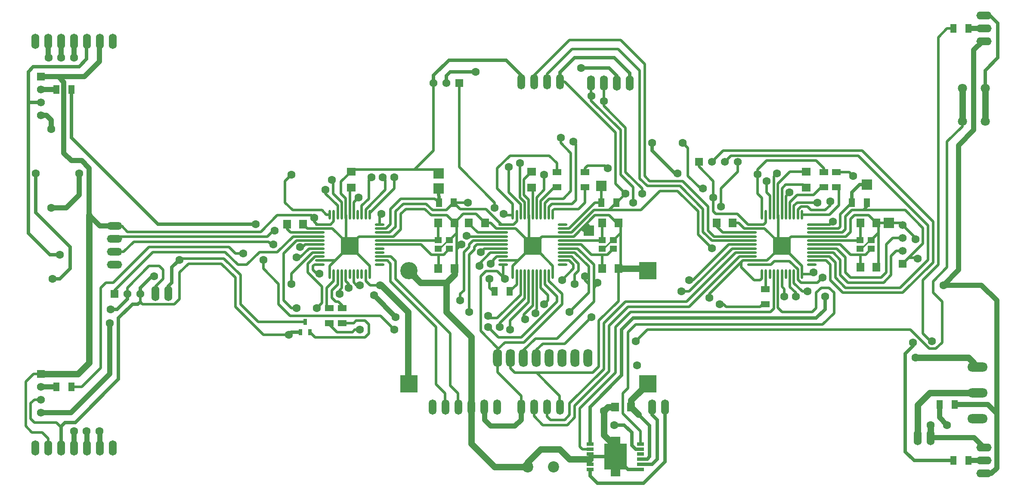
<source format=gbl>
G04 Layer: BottomLayer*
G04 EasyEDA v6.5.34, 2023-09-07 22:36:22*
G04 6936e88fb932453b8581c8861ee1522a,0b3e81c085af431c91bff7fd5324728f,10*
G04 Gerber Generator version 0.2*
G04 Scale: 100 percent, Rotated: No, Reflected: No *
G04 Dimensions in millimeters *
G04 leading zeros omitted , absolute positions ,4 integer and 5 decimal *
%FSLAX45Y45*%
%MOMM*%

%AMMACRO1*21,1,$1,$2,0,0,$3*%
%AMMACRO2*4,1,4,0.8999,-0.675,0.8999,0.675,-0.8999,0.675,-0.8999,-0.675,0.8999,-0.675,0*%
%AMMACRO3*4,1,4,-2.1999,-2.5499,2.1999,-2.5499,2.1999,2.5499,-2.1999,2.5499,-2.1999,-2.5499,0*%
%ADD10C,0.5080*%
%ADD11C,0.7000*%
%ADD12C,1.2700*%
%ADD13C,0.2540*%
%ADD14C,1.0000*%
%ADD15R,2.0000X2.0000*%
%ADD16MACRO1,1.728X1.485X-90.0000*%
%ADD17R,1.7280X1.4850*%
%ADD18MACRO1,1.728X1.485X0.0000*%
%ADD19MACRO1,1.701X1.2075X90.0000*%
%ADD20MACRO1,1.701X1.2075X-90.0000*%
%ADD21R,1.7010X1.2075*%
%ADD22MACRO1,1.701X1.2075X0.0000*%
%ADD23MACRO1,1.3X1.1999X0.0000*%
%ADD24MACRO1,1.25X0.7X-90.0000*%
%ADD25MACRO2*%
%ADD26MACRO1,1.35X0.65X0.0000*%
%ADD27MACRO3*%
%ADD28O,0.440944X1.8952718000000002*%
%ADD29O,1.8952718000000002X0.440944*%
%ADD30C,2.2000*%
%ADD31R,1.5748X1.5748*%
%ADD32C,1.5748*%
%ADD33O,1.5748X2.999994*%
%ADD34O,3.9999919999999998X1.7999964*%
%ADD35O,1.524X2.999994*%
%ADD36C,1.8000*%
%ADD37O,1.5079980000000002X2.999994*%
%ADD38O,2.999994X1.5079980000000002*%
%ADD39O,1.778X3.556*%
%ADD40C,3.4000*%
%ADD41R,3.4000X3.4000*%
%ADD42O,2.999994X1.5748*%
%ADD43C,1.6000*%
%ADD44C,0.0170*%

%LPD*%
G36*
X6260134Y4799990D02*
G01*
X6256274Y4800752D01*
X6252972Y4802987D01*
X6250736Y4806289D01*
X6250025Y4810150D01*
X6250025Y5139842D01*
X6250736Y5143703D01*
X6252972Y5147005D01*
X6256274Y5149240D01*
X6260134Y5150002D01*
X6589877Y5150002D01*
X6593738Y5149240D01*
X6597040Y5147005D01*
X6599174Y5143703D01*
X6599986Y5139842D01*
X6599986Y4810150D01*
X6599174Y4806289D01*
X6597040Y4802987D01*
X6593738Y4800752D01*
X6589877Y4799990D01*
G37*

%LPD*%
G36*
X9860127Y4799990D02*
G01*
X9856266Y4800752D01*
X9852964Y4802936D01*
X9850729Y4806238D01*
X9850018Y4810150D01*
X9850018Y5139842D01*
X9850729Y5143703D01*
X9852964Y5147005D01*
X9856266Y5149189D01*
X9860127Y5150002D01*
X10189870Y5150002D01*
X10193731Y5149189D01*
X10197033Y5147005D01*
X10199166Y5143703D01*
X10199979Y5139842D01*
X10199979Y4810150D01*
X10199166Y4806238D01*
X10197033Y4802936D01*
X10193731Y4800752D01*
X10189870Y4799990D01*
G37*

%LPD*%
G36*
X14760143Y4799990D02*
G01*
X14756231Y4800752D01*
X14752929Y4802936D01*
X14750796Y4806238D01*
X14749983Y4810150D01*
X14749983Y5139791D01*
X14750796Y5143703D01*
X14752929Y5147005D01*
X14756231Y5149189D01*
X14760143Y5149951D01*
X15089835Y5149951D01*
X15093746Y5149189D01*
X15097048Y5147005D01*
X15099233Y5143703D01*
X15099995Y5139791D01*
X15099995Y4810150D01*
X15099233Y4806238D01*
X15097048Y4802936D01*
X15093746Y4800752D01*
X15089835Y4799990D01*
G37*

%LPD*%
D10*
X11225098Y4149846D02*
G01*
X11225098Y3875018D01*
X10499928Y3150102D01*
X10074986Y3150102D01*
X9844354Y2919470D01*
X9844354Y2766562D01*
X11174984Y3574994D02*
G01*
X10649986Y3049996D01*
X10224988Y3049996D01*
X10098384Y2923400D01*
X10098384Y2766590D01*
X10610164Y4921244D02*
G01*
X10903788Y4921244D01*
X11225098Y4599934D01*
X11225098Y4149846D01*
X11125024Y4200141D02*
G01*
X11125024Y4050027D01*
X10749991Y3674993D01*
X10610164Y4842504D02*
G01*
X10849940Y4842504D01*
X11125022Y4567422D01*
X11125022Y4200138D01*
X11299977Y4249991D02*
G01*
X11299977Y4224726D01*
X11225098Y4149846D01*
X11049990Y4374992D02*
G01*
X11049990Y4300067D01*
X11125024Y4225030D01*
X5839866Y4921244D02*
G01*
X5621238Y4921244D01*
X5449991Y4749998D01*
X5374995Y4749998D01*
D11*
X8070926Y8174984D02*
G01*
X8074990Y8179048D01*
X8074990Y8325098D01*
X8374964Y8625072D01*
X9499930Y8625072D01*
X9799904Y8325098D01*
X9799904Y8199876D01*
D10*
X746074Y1220972D02*
G01*
X746074Y1403852D01*
X650062Y1500118D01*
X224866Y1500118D01*
X149936Y1575048D01*
X149936Y1875022D01*
X222834Y1947920D01*
X350088Y1947920D01*
X492074Y999992D02*
G01*
X492074Y1182872D01*
X374980Y1299966D01*
X175082Y1299966D01*
X50114Y1424934D01*
X50114Y2300218D01*
X205816Y2455920D01*
X350088Y2455920D01*
D11*
X99898Y7699750D02*
G01*
X99898Y7798048D01*
X350088Y7798048D01*
X947750Y8050016D02*
G01*
X947750Y7102342D01*
X2650058Y5400034D01*
X4575124Y5400034D01*
D10*
X8562924Y1800092D02*
G01*
X8549970Y1813046D01*
X8549970Y2074920D01*
X8399856Y2224780D01*
X8399856Y3249924D01*
X7324928Y4325106D01*
X7324928Y4674864D01*
X7236028Y4763764D01*
X7010222Y4763764D01*
D12*
X8816924Y1800092D02*
G01*
X8816924Y3183122D01*
X8324926Y3675120D01*
X8324926Y4249922D01*
X9921062Y625088D02*
G01*
X9921062Y721100D01*
X10175062Y975100D01*
X10549966Y975100D01*
X10750118Y774948D01*
X11152454Y774948D01*
D10*
X18474918Y7424872D02*
G01*
X18474918Y7324933D01*
X18175051Y7025065D01*
X18175051Y4549899D01*
X17899966Y4274814D01*
X17899966Y4050022D01*
X18074965Y3875018D01*
X18074965Y3074918D01*
X17949997Y2949953D01*
X17825031Y2949953D01*
X17449873Y3325111D01*
X12275118Y3325111D01*
X12049993Y3099991D01*
X16784213Y5424977D02*
G01*
X16825036Y5384154D01*
X16825036Y4590790D01*
X16784132Y4549899D01*
X16685082Y5085074D02*
G01*
X16825036Y5226552D01*
X16825036Y5250428D01*
D13*
X11389977Y4914999D02*
G01*
X11415001Y4914999D01*
X11499984Y4999987D01*
D10*
X14846376Y5585200D02*
G01*
X14846376Y6196324D01*
X15084120Y6434322D01*
X15399842Y6434322D01*
D11*
X16599992Y6174988D02*
G01*
X16449878Y6174988D01*
X16302050Y6027160D01*
X16302050Y5824976D01*
D10*
X10987603Y5312653D02*
G01*
X11025268Y5274988D01*
X11124979Y5274988D01*
X10610164Y5157464D02*
G01*
X10832414Y5157464D01*
X11249990Y5575040D01*
X11525072Y5575040D01*
X11674932Y5424926D01*
X11709222Y5424926D01*
X11082853Y5407903D02*
G01*
X11124979Y5365777D01*
X11124979Y5274988D01*
X11376990Y5824976D02*
G01*
X11374958Y6150096D01*
X8174990Y6399982D02*
G01*
X8100011Y6474960D01*
X7699832Y6474960D01*
D11*
X8175066Y6100058D02*
G01*
X8177098Y5824976D01*
D10*
X14339900Y5157464D02*
G01*
X13592378Y5157464D01*
X13475030Y5275066D01*
X13475030Y5750046D01*
X12975158Y6249918D01*
X12324918Y6249918D01*
X12225096Y6349740D01*
X12225096Y8549888D01*
X11749862Y9024868D01*
X10749864Y9024868D01*
X10053904Y8328908D01*
X10053904Y8199876D01*
X8484268Y5424990D02*
G01*
X8525070Y5384185D01*
X8525070Y4565807D01*
X8484242Y4524979D01*
X7699984Y5899906D02*
G01*
X7425004Y5899906D01*
X7225106Y5699754D01*
X7225106Y5400034D01*
X7140016Y5314944D01*
X7010222Y5314944D01*
X7702621Y5700008D02*
G01*
X7899984Y5700008D01*
X8024952Y5575040D01*
X8334070Y5575040D01*
X8484184Y5424926D01*
X8177098Y5824976D02*
G01*
X8099882Y5899906D01*
X7699984Y5899906D01*
X7010222Y5236204D02*
G01*
X7211136Y5236204D01*
X7324928Y5349996D01*
X7324928Y5649970D01*
X7475042Y5800084D01*
X7924876Y5800084D01*
X8050098Y5675116D01*
X8322894Y5675116D01*
X8472754Y5824976D01*
X7010222Y5157464D02*
G01*
X7282510Y5157464D01*
X7425004Y5299958D01*
X7425004Y5599932D01*
X7525080Y5700008D01*
X7702621Y5700008D01*
X18302046Y9249912D02*
G01*
X18175046Y9249912D01*
X18000040Y9074906D01*
X18000040Y4599934D01*
X17700066Y4299960D01*
X17700066Y3249924D01*
X17849926Y3100064D01*
X17875072Y3100064D01*
D11*
X11152454Y1074922D02*
G01*
X11152454Y1802378D01*
X11775008Y2424932D01*
X11775008Y3325108D01*
X12000052Y3549898D01*
X15599994Y3549898D01*
X15775000Y3724904D01*
X15775000Y3975094D01*
D14*
X17851958Y1200144D02*
G01*
X18704128Y1199890D01*
X18899962Y1004056D01*
X18027218Y1849876D02*
G01*
X18027218Y1597908D01*
X18175046Y1450080D01*
D11*
X18925006Y8075112D02*
G01*
X18925006Y8425022D01*
X19174965Y8674981D01*
X19174965Y9349978D01*
X19020952Y9503991D01*
X18899967Y9503991D01*
D12*
X18475020Y7424905D02*
G01*
X18474905Y8075112D01*
D14*
X18099862Y4199884D02*
G01*
X18400090Y4500112D01*
X18400090Y6949942D01*
X18700064Y7249916D01*
X18700064Y8824970D01*
X18871006Y8995912D01*
X18899962Y8995912D01*
D10*
X8385124Y4914894D02*
G01*
X8270062Y4800086D01*
X8024952Y4800086D01*
X7825054Y4999984D01*
X7010222Y4999984D01*
X6031306Y5585200D02*
G01*
X5964758Y5585200D01*
X5875096Y5675116D01*
X5300040Y5675116D01*
X5149926Y5824976D01*
X5149926Y6249918D01*
X5274894Y6374886D01*
X1799915Y5361937D02*
G01*
X1938101Y5361937D01*
X2050107Y5249918D01*
X4674951Y5249918D01*
X5000015Y5574990D01*
X5674969Y5574990D01*
X5724982Y5524977D01*
X4724984Y4700010D02*
G01*
X4724984Y4525004D01*
X5024958Y4225030D01*
X5024958Y3824980D01*
X5251018Y3598920D01*
X6549974Y3598920D01*
D11*
X18302046Y750056D02*
G01*
X17525060Y750056D01*
X17350054Y925062D01*
X17350054Y2849874D01*
X17499914Y2999988D01*
X17499914Y3074918D01*
D14*
X9070924Y1800092D02*
G01*
X9074988Y1796028D01*
X9074988Y1549902D01*
X9199956Y1424934D01*
X9674936Y1424934D01*
X9799904Y1549902D01*
X9799904Y1800092D01*
D12*
X8816975Y1799988D02*
G01*
X8816975Y1083002D01*
X9274990Y624987D01*
X9920960Y624987D01*
X11640639Y1800095D02*
G01*
X11500081Y1800095D01*
X11424970Y1724985D01*
X11424970Y1249956D01*
X11650042Y1024887D01*
X11650042Y824984D01*
D11*
X12147626Y774948D02*
G01*
X12274880Y774948D01*
X12324918Y824986D01*
X12324918Y1434332D01*
X12099874Y1659376D01*
D12*
X11959158Y1800092D02*
G01*
X12099874Y1659376D01*
X11959158Y1800092D02*
G01*
X11959158Y1936744D01*
X12284024Y2261610D01*
D10*
X12147626Y1074922D02*
G01*
X12147626Y1327398D01*
X11799900Y1675124D01*
X11799900Y2074920D01*
X11899976Y2174996D01*
X11899976Y3275070D01*
X12050090Y3424930D01*
X15724962Y3424930D01*
X15950006Y3649974D01*
X15950006Y4050024D01*
X15849930Y4150100D01*
X15700070Y4150100D01*
X15599994Y4050024D01*
X15599994Y3750050D01*
X15525064Y3675120D01*
X14924862Y3675120D01*
X14846376Y3753606D01*
X14846376Y4414768D01*
X11152454Y975100D02*
G01*
X11000054Y975100D01*
X10950016Y1024884D01*
X10950016Y1774946D01*
X11650040Y2474970D01*
X11650040Y3375146D01*
X11950014Y3675120D01*
X14700072Y3675120D01*
X14767382Y3742430D01*
X14767382Y4414768D01*
D11*
X12147626Y674872D02*
G01*
X12374956Y674872D01*
X12475032Y774948D01*
X12475032Y1549902D01*
X12372924Y1652010D01*
X12372924Y1800092D01*
D10*
X14339900Y4606284D02*
G01*
X14706168Y4606284D01*
X14775002Y4674864D01*
X15074976Y4674864D01*
X15240076Y4510018D01*
X15240076Y4414768D01*
X14339849Y4685024D02*
G01*
X14635005Y4685024D01*
X14799970Y4849990D01*
X14339869Y5314906D02*
G01*
X14585030Y5314906D01*
X14849983Y5049979D01*
X14846269Y5585104D02*
G01*
X14849983Y5581383D01*
X14849983Y5124965D01*
X15510141Y5157444D02*
G01*
X15107465Y5157444D01*
X15049985Y5099974D01*
X15318704Y4414817D02*
G01*
X15318704Y4581258D01*
X15074983Y4824973D01*
X9439874Y5314914D02*
G01*
X9685032Y5314914D01*
X9949987Y5049967D01*
X9946276Y5585114D02*
G01*
X9949987Y5581385D01*
X9949987Y5124968D01*
X10610148Y5157454D02*
G01*
X10207459Y5157454D01*
X10149987Y5099979D01*
X10418711Y4414829D02*
G01*
X10418711Y4581260D01*
X10175001Y4824976D01*
X9439874Y4685002D02*
G01*
X9734933Y4685002D01*
X9766520Y4716592D01*
X9631311Y4414756D02*
G01*
X9631311Y4581375D01*
X9900033Y4850102D01*
X9900033Y4899891D01*
X6031306Y4414768D02*
G01*
X6031306Y4581392D01*
X6300038Y4850124D01*
X6300038Y4899908D01*
X5839866Y4685024D02*
G01*
X6134938Y4685024D01*
X6166520Y4716607D01*
X14339900Y5078724D02*
G01*
X13546150Y5078724D01*
X13374954Y5249920D01*
X13374954Y5700008D01*
X12924866Y6150096D01*
X12274880Y6150096D01*
X12125020Y6299956D01*
X12125020Y8424920D01*
X11700078Y8849862D01*
X10799902Y8849862D01*
X10307904Y8357864D01*
X10307904Y8199876D01*
X9439856Y4842507D02*
G01*
X9192503Y4842507D01*
X8974988Y4624992D01*
X8974988Y4574992D01*
X8164982Y5084973D02*
G01*
X8158734Y5078724D01*
X7010145Y5078724D01*
X7010145Y5157464D02*
G01*
X6607462Y5157464D01*
X6549986Y5099989D01*
X5839866Y5314944D02*
G01*
X6085032Y5314944D01*
X6349987Y5049989D01*
X6818706Y4414845D02*
G01*
X6818706Y4581271D01*
X6574988Y4824989D01*
X6346266Y5585124D02*
G01*
X6349987Y5581403D01*
X6349987Y5124988D01*
X9710026Y5585129D02*
G01*
X9710026Y5460032D01*
X9643684Y5393689D01*
X9439846Y5393689D01*
X13549960Y4925054D02*
G01*
X13274878Y5199882D01*
X13274878Y5649970D01*
X12874828Y6050020D01*
X12525070Y6050020D01*
X12150166Y5675116D01*
X11522786Y5675116D01*
X14339900Y5393684D02*
G01*
X14568754Y5393684D01*
X14610156Y5435086D01*
X14610156Y5585200D01*
D11*
X10974984Y8474984D02*
G01*
X11524973Y8474984D01*
X11676966Y8322990D01*
X11676966Y8174987D01*
X10561904Y8199876D02*
G01*
X10561904Y8386820D01*
X10849940Y8674856D01*
X11624894Y8674856D01*
X11930964Y8369040D01*
X11930964Y8174984D01*
X8324923Y8174987D02*
G01*
X8324923Y8324844D01*
X8400056Y8399978D01*
X8899982Y8399978D01*
X12374981Y6999980D02*
G01*
X12374981Y6849978D01*
X12824978Y6399982D01*
X12874983Y6399982D01*
D10*
X14599996Y3827012D02*
G01*
X14551990Y3827012D01*
X14499920Y3774942D01*
X13825042Y3774942D01*
X13775004Y3824980D01*
X13700074Y3824980D01*
X7010222Y5393684D02*
G01*
X7010222Y5560054D01*
X7050100Y5599932D01*
X6024956Y3452108D02*
G01*
X6024956Y3424930D01*
X6174816Y3275070D01*
X6475044Y3275070D01*
X6524828Y3324854D01*
X6624904Y3324854D01*
X17300016Y5126984D02*
G01*
X17101896Y5126984D01*
X16974896Y4999984D01*
X16974896Y4450074D01*
X16875074Y4349998D01*
X16274872Y4349998D01*
X16175050Y4450074D01*
X16175050Y4750048D01*
X16003600Y4921244D01*
X15510078Y4921244D01*
D14*
X18597854Y9249989D02*
G01*
X18597857Y9249991D01*
X18899967Y9249991D01*
X350006Y2201999D02*
G01*
X650110Y2201999D01*
X652119Y2199990D01*
X18597854Y750006D02*
G01*
X18597854Y750006D01*
X18899967Y750006D01*
X18322848Y1849978D02*
G01*
X18973134Y1849978D01*
X19150817Y1672295D01*
X19149900Y1645660D01*
X18099862Y4199884D02*
G01*
X18849924Y4199884D01*
X19149898Y3899910D01*
X19149898Y599942D01*
X19046012Y496056D01*
X18899962Y496056D01*
X7324928Y3575044D02*
G01*
X6899986Y3999986D01*
X693750Y8304016D02*
G01*
X799922Y8197590D01*
X799922Y6800082D01*
X950036Y6649968D01*
X1149934Y6649968D01*
X1300048Y6499854D01*
X1300048Y5575040D01*
X1512900Y5361934D01*
X1799920Y5361934D01*
D11*
X724992Y4800086D02*
G01*
X524840Y4800086D01*
X99898Y5225028D01*
X99898Y8399774D01*
X199974Y8500104D01*
X1099896Y8500104D01*
X1250010Y8649964D01*
X1250010Y8995912D01*
X1254074Y8999976D01*
D14*
X1508074Y8999976D02*
G01*
X1499946Y8991848D01*
X1499946Y8599926D01*
X1204036Y8304016D01*
X350088Y8304016D01*
D12*
X350088Y2455920D02*
G01*
X1081100Y2455920D01*
X1300048Y2675122D01*
X1300048Y5575040D01*
D11*
X5455008Y3274994D02*
G01*
X5274995Y3274994D01*
X5224983Y3224982D01*
D10*
X5549976Y3474968D02*
G01*
X4624908Y3474968D01*
X4274896Y3824980D01*
X4274896Y4400036D01*
X3950030Y4724902D01*
X3099892Y4724902D01*
X3075000Y4700010D01*
D11*
X3075000Y4700010D02*
G01*
X2924886Y4549896D01*
X2924886Y4249922D01*
X2851988Y4177024D01*
X2851988Y4037578D01*
X2303983Y4024988D02*
G01*
X2303983Y4145998D01*
X2532976Y4374992D01*
X2575001Y4374992D01*
D10*
X5839790Y5157464D02*
G01*
X5307406Y5157464D01*
X4999812Y4849870D01*
X4650054Y4849870D01*
X4400118Y4599934D01*
X4225112Y4599934D01*
X3975176Y4849870D01*
X2549982Y4849870D01*
X1799920Y4099808D01*
X1799920Y4028942D01*
X1795856Y4024878D01*
X2049856Y4024878D02*
G01*
X2049856Y4149846D01*
X2475306Y4575042D01*
X2674950Y4575042D01*
X2749880Y4500112D01*
X2749880Y4325106D01*
X2597988Y4172960D01*
X2597988Y4037578D01*
D11*
X575132Y4325106D02*
G01*
X724992Y4325106D01*
X924890Y4525004D01*
X924890Y4949946D01*
X250012Y5625078D01*
X250012Y6400032D01*
D10*
X1799920Y5107934D02*
G01*
X1882724Y5107680D01*
X1924888Y5150098D01*
X4800930Y5150098D01*
X4924374Y5274812D01*
X4950028Y5275066D01*
X4324934Y4824978D02*
G01*
X4175074Y4824978D01*
X4050106Y4949946D01*
X2475052Y4949946D01*
X1775028Y4249922D01*
X1624914Y4249922D01*
X1525092Y4149846D01*
X1525092Y2575046D01*
X1149934Y2199888D01*
X947750Y2199888D01*
D11*
X1724990Y3724904D02*
G01*
X1849958Y3724904D01*
X2049856Y3925056D01*
X2049856Y4024878D01*
D14*
X349994Y1693992D02*
G01*
X944003Y1693992D01*
X1699996Y2449984D01*
X1699996Y3450000D01*
X1499997Y1324985D02*
G01*
X1508074Y1316908D01*
X1508074Y999995D01*
X1249997Y1324996D02*
G01*
X1254074Y1320919D01*
X1254074Y999992D01*
X1000074Y1325112D02*
G01*
X1000074Y999992D01*
D10*
X5224856Y3225032D02*
G01*
X4724984Y3225032D01*
X4175074Y3774942D01*
X4175074Y4349998D01*
X3899992Y4625080D01*
X3250006Y4625080D01*
X3075000Y4450074D01*
X3075000Y3925056D01*
X2974924Y3824980D01*
X2350084Y3824980D01*
X2303856Y3870954D01*
X2303856Y4024878D01*
D11*
X2303856Y3870954D02*
G01*
X2257882Y3824980D01*
X2149932Y3824980D01*
X1875104Y3549898D01*
X1875104Y2350002D01*
X1024966Y1500118D01*
X825068Y1500118D01*
X746074Y1421124D01*
X746074Y999992D01*
D14*
X550011Y5724977D02*
G01*
X849988Y5724977D01*
X1100000Y5974989D01*
X1100000Y6399987D01*
X350088Y7544048D02*
G01*
X456006Y7544048D01*
X549986Y7450068D01*
X549986Y7275062D01*
X350006Y8049988D02*
G01*
X652142Y8049988D01*
X652145Y8049991D01*
X499999Y8674983D02*
G01*
X492074Y8682908D01*
X492074Y8999976D01*
X999997Y8674983D02*
G01*
X999997Y8999900D01*
X1000074Y8999976D01*
X750011Y8674983D02*
G01*
X746074Y8678920D01*
X746074Y8999976D01*
D10*
X14339900Y4763764D02*
G01*
X14088694Y4763764D01*
X13099872Y3774942D01*
X11899976Y3774942D01*
X11525072Y3400038D01*
X11525072Y2500116D01*
X10849940Y1824984D01*
X10849940Y1599940D01*
X10700080Y1450080D01*
X10225100Y1450080D01*
X10053904Y1621022D01*
X10053904Y1800092D01*
X15510078Y4763764D02*
G01*
X15861106Y4763764D01*
X15974898Y4649972D01*
X15974898Y4349998D01*
X16174796Y4150100D01*
X17250232Y4150100D01*
X17799888Y4699756D01*
X17799888Y5374888D01*
X16424986Y6750044D01*
X13924864Y6750044D01*
X13801928Y6625076D01*
X10561904Y8199876D02*
G01*
X10650042Y8199876D01*
X11650040Y7199878D01*
X11650040Y6199880D01*
X11849938Y5999982D01*
X8578984Y8174979D02*
G01*
X8574989Y8170984D01*
X8574989Y6999980D01*
D12*
X7585024Y2261610D02*
G01*
X7575115Y2271768D01*
X7575115Y3674864D01*
X7049993Y4199986D01*
X7024979Y4199986D01*
X17597958Y1200017D02*
G01*
X17597958Y1847900D01*
X17833055Y2082998D01*
X18774963Y2082998D01*
D10*
X8600008Y3899910D02*
G01*
X8600008Y4024878D01*
X8674938Y4100062D01*
X8674938Y4849870D01*
X8775014Y4949946D01*
X8775014Y4999984D01*
X8849944Y5074914D01*
X9436176Y5074914D01*
X9439732Y5078724D01*
X8775014Y3675120D02*
G01*
X8775014Y4800086D01*
X8875090Y4899908D01*
X8875090Y4949946D01*
X8924874Y4999984D01*
X9439732Y4999984D01*
X9475038Y4325106D02*
G01*
X9325178Y4474966D01*
X9099880Y4474966D01*
X9000058Y4374890D01*
X9000058Y3299962D01*
X9336354Y2963666D01*
X9336354Y2766562D01*
D12*
X18774968Y2590998D02*
G01*
X18590973Y2774993D01*
X17549972Y2774993D01*
D10*
X1799915Y4853937D02*
G01*
X1978992Y4853937D01*
X2175047Y5049992D01*
X4824981Y5049992D01*
X4874988Y4999984D01*
X4924983Y4999984D01*
X5839790Y5078724D02*
G01*
X5378780Y5078724D01*
X5125034Y4824978D01*
X5125034Y3899910D01*
X5274894Y3750050D01*
X5374970Y3750050D01*
X5839866Y4842507D02*
G01*
X5692500Y4842507D01*
X5549986Y4699993D01*
X5274995Y4425002D01*
X5274995Y4224980D01*
X14531416Y5585200D02*
G01*
X14531416Y5918448D01*
X14449882Y5999982D01*
X14449882Y6474962D01*
X14624888Y6649968D01*
X15599994Y6649968D01*
X15749854Y6500108D01*
X15749854Y6422892D01*
X14925116Y5585200D02*
G01*
X14925116Y6100058D01*
X15000046Y6174988D01*
X15340660Y6174988D01*
X15399842Y6115806D01*
X13574852Y5925052D02*
G01*
X13574852Y5649970D01*
X13624890Y5599932D01*
X14050086Y5599932D01*
X14256334Y5393684D01*
X14339900Y5393684D01*
X9867513Y4414842D02*
G01*
X9867513Y3942532D01*
X9699983Y3774988D01*
X9699983Y3774988D01*
X9374987Y3449993D01*
X9374987Y3374994D01*
D11*
X12147499Y575005D02*
G01*
X11899976Y575005D01*
X11649989Y824992D01*
D10*
X9946259Y4414845D02*
G01*
X9946208Y3871208D01*
X9824288Y3749288D01*
X9700082Y3625082D01*
X9575114Y3500114D01*
X9575114Y3324854D01*
X7300036Y6325102D02*
G01*
X7300036Y6100058D01*
X6818706Y5618728D01*
X6818706Y5585200D01*
X5190820Y5400034D02*
G01*
X5190820Y5309356D01*
X5263718Y5236204D01*
X5839790Y5236204D01*
X6346266Y4414842D02*
G01*
X6346266Y4278708D01*
X6399987Y4224987D01*
X6399987Y4149999D01*
X6267526Y4414768D02*
G01*
X6267526Y4142988D01*
X6224600Y4099554D01*
X6225108Y4024878D01*
X6188786Y4414768D02*
G01*
X6188786Y4213854D01*
X6074994Y4100062D01*
X6074994Y3949948D01*
X6149924Y3875018D01*
X6199962Y3875018D01*
X6274892Y3800088D01*
X6274892Y3747764D01*
X6110046Y4414768D02*
G01*
X6110046Y4284974D01*
X5974918Y4149846D01*
X5974918Y3797802D01*
X6024956Y3747764D01*
X5839790Y4763764D02*
G01*
X5738698Y4763764D01*
X5600014Y4625080D01*
X5600014Y4450074D01*
X5875096Y4174992D01*
X5875096Y3849872D01*
X5775020Y3750050D01*
X6624980Y4199986D02*
G01*
X6557520Y4199986D01*
X6503751Y4253755D01*
X6503751Y4414842D01*
X7024979Y4199986D02*
G01*
X6824990Y4199986D01*
X6739966Y4285010D01*
X6739966Y4414842D01*
X5824981Y4424979D02*
G01*
X5774999Y4424979D01*
X5700092Y4499886D01*
X5700092Y4575045D01*
X5731332Y4606287D01*
X5839792Y4606287D01*
X5449900Y4949946D02*
G01*
X5499938Y4949946D01*
X5549976Y4999984D01*
X5839790Y4999984D01*
D12*
X7585075Y4484085D02*
G01*
X7819169Y4249991D01*
X8324984Y4249991D01*
X8484237Y4409244D01*
X8484237Y4524989D01*
D10*
X14925116Y4414768D02*
G01*
X14925116Y4174738D01*
X14974900Y4124954D01*
X14974900Y3975094D01*
X10074986Y3649974D02*
G01*
X10074986Y3700012D01*
X10103688Y3728714D01*
X10103688Y4414768D01*
X15724962Y4349998D02*
G01*
X15624886Y4249922D01*
X15300020Y4249922D01*
X15240076Y4310120D01*
X15240076Y4414768D01*
X15161082Y4414768D02*
G01*
X15161082Y4238879D01*
X15324970Y4074993D01*
X15424962Y4074993D01*
X15082464Y4414842D02*
G01*
X15082464Y4167492D01*
X15199969Y4049986D01*
X15199969Y3974993D01*
X15318689Y4414845D02*
G01*
X15514827Y4414845D01*
X15549981Y4449998D01*
X10024948Y4414768D02*
G01*
X10024948Y3800088D01*
X9849942Y3625082D01*
X9849942Y3549898D01*
X9875088Y3525006D01*
X9788728Y4414768D02*
G01*
X9788728Y4013702D01*
X9324924Y3549898D01*
X9199956Y3549898D01*
X9149918Y3599936D01*
X9149918Y3374892D02*
G01*
X9349816Y3174994D01*
X9799904Y3174994D01*
X10499928Y3875018D01*
X10499928Y3975094D01*
X10261168Y4213854D01*
X10261168Y4414768D01*
X10249992Y3824980D02*
G01*
X10324975Y3899964D01*
X10324975Y3999992D01*
X10182423Y4142549D01*
X10182423Y4414768D01*
X11709247Y5425003D02*
G01*
X11750055Y5384195D01*
X11750055Y4565812D01*
X11709224Y4524976D01*
X9336354Y2766562D02*
G01*
X9336354Y2936488D01*
X9475038Y3074918D01*
X9849942Y3074918D01*
X10600004Y3824980D01*
X10600004Y4024878D01*
X10339908Y4284974D01*
X10339908Y4414768D01*
X10610141Y4685022D02*
G01*
X10739945Y4685022D01*
X10824974Y4599985D01*
X10824974Y4524982D01*
X10599978Y4299986D01*
X10610138Y4763764D02*
G01*
X10786203Y4763764D01*
X10849978Y4699990D01*
X10924971Y4624979D01*
X10924971Y4485279D01*
X10849978Y4410285D01*
X10849978Y4224990D01*
X9439856Y4921244D02*
G01*
X9071229Y4921244D01*
X8999981Y4849997D01*
X9439856Y4763764D02*
G01*
X9313750Y4763764D01*
X9249976Y4699993D01*
X9249976Y4674974D01*
X9199981Y4624979D01*
D11*
X12147499Y975004D02*
G01*
X12049980Y974996D01*
X11974982Y1050000D01*
X11974982Y1299994D01*
X11824972Y1450004D01*
X11624970Y1450004D01*
X11152454Y575050D02*
G01*
X11152454Y447542D01*
X11300028Y299968D01*
X12199950Y299968D01*
X12626924Y726942D01*
X12626924Y1800092D01*
X11152479Y875004D02*
G01*
X11202492Y824992D01*
X11649989Y824992D01*
X11152479Y774979D02*
G01*
X11152479Y875004D01*
X11152479Y674979D02*
G01*
X11152479Y774979D01*
D10*
X10324922Y2249926D02*
G01*
X10098862Y2474970D01*
X10561904Y1800092D02*
G01*
X10549966Y1812030D01*
X10549966Y2024882D01*
X10324922Y2249926D01*
X9799904Y1800092D02*
G01*
X9799904Y2025136D01*
X9336354Y2488686D01*
X9336354Y2766562D01*
X13499972Y3949999D02*
G01*
X13499972Y4024929D01*
X14160065Y4685022D01*
X14339900Y4685022D01*
X14610034Y4414842D02*
G01*
X14610034Y4122872D01*
X14599970Y4122872D01*
X14125016Y4649972D02*
G01*
X14125016Y4549896D01*
X14374952Y4299960D01*
X14500174Y4299960D01*
X14531416Y4331202D01*
X14531416Y4414768D01*
X11050092Y6127236D02*
G01*
X11050092Y5824976D01*
X10925124Y5700008D01*
X10449890Y5700008D01*
X10418648Y5668766D01*
X10418648Y5585200D01*
X11376990Y5824976D02*
G01*
X11249990Y5824976D01*
X10739958Y5314944D01*
X10610164Y5314944D01*
X8574991Y6999980D02*
G01*
X8574979Y6524985D01*
X9274987Y5824976D01*
X9274987Y5724977D01*
X9549993Y6524975D02*
G01*
X9549993Y6024844D01*
X9788723Y5786114D01*
X9788723Y5585203D01*
D12*
X18925108Y7424905D02*
G01*
X18924993Y8075112D01*
D10*
X17599964Y4724979D02*
G01*
X17587000Y4737943D01*
X17418966Y4737943D01*
X15074976Y6024976D02*
G01*
X15003734Y5953734D01*
X15003734Y5585122D01*
X16597833Y5824976D02*
G01*
X16624968Y5824976D01*
X16624968Y5775114D01*
X16524968Y5675114D01*
X13640714Y5424977D02*
G01*
X13640714Y5359255D01*
X13763759Y5236207D01*
X14339849Y5236207D01*
D13*
X11499984Y4999987D02*
G01*
X11584978Y5084975D01*
X11609999Y5084975D01*
D10*
X11390731Y4524979D02*
G01*
X11390731Y4799228D01*
X11391491Y4799985D01*
X11609999Y5084975D02*
G01*
X11749986Y5224973D01*
X11749986Y5252120D01*
X13959230Y5424977D02*
G01*
X14074985Y5424977D01*
X14185018Y5314944D01*
X14339849Y5314944D01*
X11609908Y4914894D02*
G01*
X11495100Y4800086D01*
X11174806Y4800086D01*
X10974908Y4999984D01*
X10610164Y4999984D01*
X10610164Y5236204D02*
G01*
X10786186Y5236204D01*
X11225098Y5675116D01*
X11522786Y5675116D01*
X11672900Y5824976D01*
D13*
X8274997Y4999979D02*
G01*
X8359990Y5084973D01*
X8385009Y5084973D01*
X8164995Y4914996D02*
G01*
X8190014Y4914996D01*
X8274997Y4999979D01*
D10*
X11389964Y5084986D02*
G01*
X11390731Y5085753D01*
X11390731Y5425003D01*
X8164979Y5084980D02*
G01*
X8165744Y5085745D01*
X8165744Y5424998D01*
X8174984Y4524989D02*
G01*
X8174984Y4799238D01*
X8175739Y4799998D01*
X8385020Y5084965D02*
G01*
X8525004Y5224962D01*
X8525004Y5252110D01*
X9084259Y5424977D02*
G01*
X9199907Y5424977D01*
X9309943Y5314944D01*
X9439732Y5314944D01*
X6449987Y6115725D02*
G01*
X6425006Y6090744D01*
X6425006Y5585124D01*
X9999985Y6115728D02*
G01*
X10024986Y6090726D01*
X10024986Y5585129D01*
X6449900Y6434322D02*
G01*
X6250000Y6234168D01*
X6250000Y5999980D01*
X6346266Y5903714D01*
X6346266Y5585124D01*
X6599981Y5924979D02*
G01*
X6503746Y5828743D01*
X6503746Y5585124D01*
X6074989Y6274991D02*
G01*
X6099992Y6249987D01*
X6099992Y5999987D01*
X6267526Y5832454D01*
X6267526Y5585124D01*
X11389969Y5084973D02*
G01*
X11383726Y5078729D01*
X10610131Y5078729D01*
X5509234Y5399984D02*
G01*
X5594273Y5314944D01*
X5839866Y5314944D01*
X5724982Y5524977D02*
G01*
X5724994Y5524964D01*
X5724994Y5449986D01*
X5781301Y5393687D01*
X5839866Y5393687D01*
X11849988Y5999982D02*
G01*
X11674995Y5824989D01*
X11672849Y5824989D01*
X9774986Y6599981D02*
G01*
X9774986Y5924979D01*
X9867501Y5832462D01*
X9867501Y5585129D01*
X8749995Y5824976D02*
G01*
X8472878Y5824976D01*
X8472871Y5824984D01*
X16000044Y6422892D02*
G01*
X16249980Y6424924D01*
X16324910Y6349994D01*
X14055984Y6624965D02*
G01*
X14055984Y6431000D01*
X13724966Y6099980D01*
X13724966Y5749996D01*
X9710028Y4414850D02*
G01*
X9710028Y4212168D01*
X9572853Y4074993D01*
X5949998Y6074991D02*
G01*
X5949998Y5999975D01*
X6188786Y5761187D01*
X6188786Y5585124D01*
D12*
X12284075Y4484085D02*
G01*
X12243170Y4524989D01*
X11709229Y4524989D01*
D10*
X9590354Y2766562D02*
G01*
X9590354Y2559552D01*
X9674936Y2474970D01*
X11199952Y2474970D01*
X11324920Y2599938D01*
X11324920Y3500114D01*
X11709222Y3884162D01*
X11709222Y4525004D01*
X13099872Y4299960D02*
G01*
X13175056Y4299960D01*
X13875080Y4999984D01*
X14339900Y4999984D01*
D12*
X17851958Y1200017D02*
G01*
X17849974Y1202001D01*
X17849974Y1450007D01*
D10*
X10875086Y6925050D02*
G01*
X10874979Y6925157D01*
X10874979Y6974984D01*
X10824979Y7024984D01*
X17549952Y5100060D02*
G01*
X17549952Y5131048D01*
X17300016Y5380984D01*
X11849938Y5999982D02*
G01*
X11825046Y6024874D01*
X11168966Y8174987D02*
G01*
X11168966Y7831068D01*
X11749979Y7250056D01*
X11749979Y6374983D01*
X11999976Y6124989D01*
X11999976Y5824976D01*
X11499926Y6499854D02*
G01*
X11449888Y6549892D01*
X11099876Y6549892D01*
X11050092Y6500108D01*
X11050092Y6422892D01*
X11422964Y8174984D02*
G01*
X11422964Y7726928D01*
X11849938Y7299954D01*
X11849938Y6424924D01*
X12175058Y6100058D01*
X12175058Y5999982D01*
X12949986Y4074993D02*
G01*
X13099948Y4074993D01*
X13946200Y4921244D01*
X14339900Y4921244D01*
X14339900Y4842504D02*
G01*
X14017574Y4842504D01*
X13050088Y3875018D01*
X11849938Y3875018D01*
X11424996Y3450076D01*
X11424996Y2550154D01*
X10749864Y1875022D01*
X10749864Y1649978D01*
X10649788Y1549902D01*
X10374960Y1549902D01*
X10307904Y1616958D01*
X10307904Y1800092D01*
X14825040Y6400032D02*
G01*
X14767382Y6342374D01*
X14767382Y5585200D01*
X10261168Y5585200D02*
G01*
X10261168Y5761222D01*
X10339908Y5585200D02*
G01*
X10339908Y5739886D01*
X10400106Y5800084D01*
X10799902Y5800084D01*
X10875086Y5875014D01*
X10875086Y6925050D01*
X10499928Y6127236D02*
G01*
X10451160Y6126982D01*
X10182428Y5856472D01*
X10182428Y5585200D01*
X10249992Y6374886D02*
G01*
X10249992Y6074912D01*
X10103688Y5928608D01*
X10103688Y5585200D01*
X6849986Y6324983D02*
G01*
X6799981Y6274983D01*
X6799981Y5899980D01*
X6661226Y5761225D01*
X6661226Y5585124D01*
X7074989Y6324978D02*
G01*
X7124984Y6274983D01*
X7124984Y6074984D01*
X6739966Y5689965D01*
X6739966Y5585124D01*
X13293928Y6625076D02*
G01*
X13293928Y6530842D01*
X13575106Y6249918D01*
X13575106Y5925052D01*
X12974980Y6999980D02*
G01*
X13074972Y6899988D01*
X13074972Y6399987D01*
X13074972Y6349987D01*
X13324977Y6099987D01*
X13374971Y6099987D01*
X15082342Y5585200D02*
G01*
X15082342Y5832342D01*
X15225090Y5975090D01*
X15549956Y5975090D01*
X15701848Y6126982D01*
X15749854Y6126982D01*
X16465722Y4549998D02*
G01*
X16465722Y4799243D01*
X16466472Y4799992D01*
D13*
X16464960Y4915006D02*
G01*
X16489984Y4915006D01*
X16574968Y4999989D01*
D10*
X16464859Y5085072D02*
G01*
X16465722Y5085935D01*
X16465722Y5424977D01*
X17299990Y5381010D02*
G01*
X17256023Y5424977D01*
X17028119Y5424977D01*
X17028119Y5424977D02*
G01*
X16784213Y5424977D01*
X15510078Y4842504D02*
G01*
X15932480Y4842504D01*
X16074974Y4700010D01*
X16074974Y4400036D01*
X16225088Y4249922D01*
X16924858Y4249922D01*
X17074972Y4400036D01*
X17074972Y4774940D01*
X17173016Y4872984D01*
X17300016Y4872984D01*
X13547928Y6625076D02*
G01*
X13772972Y6849866D01*
X16500170Y6849866D01*
X17899964Y5450072D01*
X17899964Y4649972D01*
X17300016Y4050024D01*
X16125012Y4050024D01*
X15875076Y4299960D01*
X15875076Y4599934D01*
X15789986Y4685024D01*
X15510078Y4685024D01*
X16685082Y4914894D02*
G01*
X16570020Y4800086D01*
X16274872Y4800086D01*
X16074974Y4999984D01*
X15510078Y4999984D01*
X16784142Y5424926D02*
G01*
X16634028Y5575040D01*
X16350056Y5575040D01*
X16274872Y5500110D01*
X16274872Y5249920D01*
X16182416Y5157464D01*
X15510078Y5157464D01*
X17300016Y4618984D02*
G01*
X17700066Y5019034D01*
X17700066Y5324850D01*
X17349800Y5675116D01*
X16300018Y5675116D01*
X16175050Y5550148D01*
X16175050Y5299958D01*
X16111296Y5236204D01*
X15510078Y5236204D01*
X15792018Y5314944D02*
G01*
X15510078Y5314944D01*
X16302050Y5824976D02*
G01*
X16074974Y5597900D01*
X16074974Y5349996D01*
X16039922Y5314944D01*
X15792018Y5314944D01*
X16464965Y5084973D02*
G01*
X16458714Y5078722D01*
X15510134Y5078722D01*
X15875076Y5849868D02*
G01*
X15875076Y5774938D01*
X15775000Y5675116D01*
X15499918Y5675116D01*
X15424988Y5750046D01*
X15300020Y5750046D01*
X15240076Y5689848D01*
X15240076Y5585200D01*
X15318816Y5585200D02*
G01*
X15860090Y5585200D01*
X16050082Y5775192D01*
X16050082Y6127236D01*
X16000044Y6127236D01*
X15924860Y5450072D02*
G01*
X15868726Y5393684D01*
X15510078Y5393684D01*
X15624962Y5824976D02*
G01*
X15224960Y5824976D01*
X15161206Y5761222D01*
X15161206Y5585122D01*
X8484245Y5424982D02*
G01*
X8659253Y5599986D01*
X8909250Y5599986D01*
X9084259Y5424977D01*
X8525073Y4905740D02*
G01*
X8619317Y4999984D01*
X8624976Y4999984D01*
X10261165Y5761222D02*
G01*
X10261165Y5811174D01*
X10349979Y5899988D01*
X10624974Y5899988D01*
X10774982Y6049987D01*
X10774982Y6799988D01*
X10574985Y6999986D01*
X10574985Y7099980D01*
D13*
X16574968Y4999989D02*
G01*
X16659961Y5084983D01*
X16684975Y5084983D01*
D10*
X5839861Y5393684D02*
G01*
X6043683Y5393684D01*
X6110041Y5460042D01*
X6110041Y5585124D01*
X10000056Y6434322D02*
G01*
X9849942Y6284208D01*
X9849942Y5975090D01*
X9946208Y5878824D01*
X9946208Y5585200D01*
X14624964Y6249995D02*
G01*
X14624964Y6024793D01*
X14688639Y5961118D01*
X14688639Y5585203D01*
X8472754Y5824976D02*
G01*
X8597976Y5700008D01*
X9099880Y5700008D01*
X9406204Y5393684D01*
X9439732Y5393684D01*
X9631299Y5585122D02*
G01*
X9621166Y5574990D01*
X9474979Y5574990D01*
X9449993Y5599976D01*
X9449993Y5599983D01*
X10499979Y6422867D02*
G01*
X10499979Y6599956D01*
X10349890Y6750044D01*
X9574857Y6750044D01*
X9324924Y6500111D01*
X9324924Y6100061D01*
X9631250Y5793737D01*
X9631250Y5585203D01*
X9277126Y4074995D02*
G01*
X9249976Y4074995D01*
X9174988Y4149984D01*
X9174988Y4324979D01*
X9439856Y4606287D02*
G01*
X9439856Y4324979D01*
X9474987Y4324979D01*
X8724976Y5174990D02*
G01*
X8742502Y5157464D01*
X9439856Y5157464D01*
X9439732Y5236204D02*
G01*
X8938844Y5236204D01*
X8765616Y5409178D01*
X8765616Y5424926D01*
X5644974Y3274994D02*
G01*
X5744974Y3174994D01*
X6724985Y3174994D01*
X6799981Y3249996D01*
X6799981Y3424994D01*
X6724985Y3499990D01*
X6549986Y3499990D01*
X6502105Y3452108D01*
X6274993Y3452108D01*
X6549974Y3598918D02*
G01*
X7026048Y3598918D01*
X7299985Y3324981D01*
X8308975Y1799991D02*
G01*
X8300031Y1808934D01*
X8300031Y2074918D01*
X8125023Y2249926D01*
X8125023Y3374895D01*
X7225108Y4275068D01*
X7225108Y4625080D01*
X7164908Y4685022D01*
X7010224Y4685022D01*
X8070926Y8174984D02*
G01*
X8070926Y6846056D01*
X7699832Y6474962D01*
X6525082Y6474962D01*
X6484188Y6434322D01*
X6449898Y6434322D01*
D15*
G01*
X8174990Y6099982D03*
G01*
X8174990Y6399982D03*
G01*
X11374958Y6150096D03*
G01*
X11124971Y5274990D03*
G01*
X16599966Y6174988D03*
G01*
X17028109Y5424977D03*
D16*
G01*
X11959150Y1800092D03*
G01*
X11640649Y1800092D03*
G01*
X9084124Y5424926D03*
G01*
X8765623Y5424926D03*
D17*
G01*
X10000056Y6115806D03*
D18*
G01*
X10000056Y6434315D03*
D16*
G01*
X11709214Y5424926D03*
G01*
X11390713Y5424926D03*
G01*
X11709214Y4525004D03*
G01*
X11390713Y4525004D03*
D19*
G01*
X652045Y2199888D03*
G01*
X947798Y2199888D03*
G01*
X652045Y8050016D03*
G01*
X947798Y8050016D03*
D20*
G01*
X18597750Y750056D03*
G01*
X18301997Y750056D03*
G01*
X18597750Y9249912D03*
G01*
X18301997Y9249912D03*
D21*
G01*
X10499928Y6422943D03*
D22*
G01*
X10499928Y6127188D03*
D21*
G01*
X15749854Y6127186D03*
D22*
G01*
X15749854Y6422941D03*
D20*
G01*
X18322841Y1849996D03*
G01*
X18027088Y1849996D03*
D21*
G01*
X6274892Y3452058D03*
D22*
G01*
X6274892Y3747813D03*
D23*
G01*
X8384992Y4915001D03*
G01*
X8164977Y4915001D03*
G01*
X8164977Y5084978D03*
G01*
X8384992Y5084978D03*
G01*
X11609984Y4915001D03*
G01*
X11389969Y4915001D03*
G01*
X11389969Y5084978D03*
G01*
X11609984Y5084978D03*
D24*
G01*
X5644984Y3274992D03*
G01*
X5454994Y3274992D03*
G01*
X5549990Y3474991D03*
D23*
G01*
X16684975Y4915001D03*
G01*
X16464960Y4915001D03*
G01*
X16464960Y5084978D03*
G01*
X16684975Y5084978D03*
D25*
G01*
X11649976Y502505D03*
D26*
G01*
X12147486Y1074983D03*
D27*
G01*
X11649976Y824997D03*
D25*
G01*
X11649976Y1147488D03*
D26*
G01*
X12147486Y975009D03*
G01*
X12147486Y875009D03*
G01*
X12147486Y774984D03*
G01*
X12147486Y674984D03*
G01*
X12147486Y575010D03*
G01*
X11152466Y575010D03*
G01*
X11152466Y674984D03*
G01*
X11152466Y774984D03*
G01*
X11152466Y875009D03*
G01*
X11152466Y975009D03*
G01*
X11152466Y1074983D03*
D16*
G01*
X5509239Y5399989D03*
G01*
X5190738Y5399989D03*
D17*
G01*
X6449999Y6115730D03*
D18*
G01*
X6449987Y6434236D03*
D16*
G01*
X8484235Y5424987D03*
G01*
X8165734Y5424987D03*
G01*
X8484235Y4524989D03*
G01*
X8165734Y4524989D03*
D20*
G01*
X8472860Y5824987D03*
G01*
X8177108Y5824987D03*
D21*
G01*
X6024981Y3452108D03*
D22*
G01*
X6024989Y3747869D03*
D28*
G01*
X6031306Y5585124D03*
G01*
X6110046Y5585124D03*
G01*
X6188786Y5585124D03*
G01*
X6267526Y5585124D03*
G01*
X6346266Y5585124D03*
G01*
X6425006Y5585124D03*
G01*
X6503746Y5585124D03*
G01*
X6582486Y5585124D03*
G01*
X6661226Y5585124D03*
G01*
X6739966Y5585124D03*
G01*
X6818706Y5585124D03*
D29*
G01*
X7010145Y5393684D03*
G01*
X7010145Y5314944D03*
G01*
X7010145Y5236204D03*
G01*
X7010145Y5157464D03*
G01*
X7010145Y5078724D03*
G01*
X7010145Y4999984D03*
G01*
X7010145Y4921244D03*
G01*
X7010145Y4842504D03*
G01*
X7010145Y4763764D03*
G01*
X7010145Y4685024D03*
G01*
X7010145Y4606284D03*
D28*
G01*
X6818706Y4414845D03*
G01*
X6739966Y4414845D03*
G01*
X6661226Y4414845D03*
G01*
X6582486Y4414845D03*
G01*
X6503746Y4414845D03*
G01*
X6425006Y4414845D03*
G01*
X6346266Y4414845D03*
G01*
X6267526Y4414845D03*
G01*
X6188786Y4414845D03*
G01*
X6110046Y4414845D03*
G01*
X6031306Y4414845D03*
D29*
G01*
X5839866Y4606284D03*
G01*
X5839866Y4685024D03*
G01*
X5839866Y4763764D03*
G01*
X5839866Y4842504D03*
G01*
X5839866Y4921244D03*
G01*
X5839866Y4999984D03*
G01*
X5839866Y5078724D03*
G01*
X5839866Y5157464D03*
G01*
X5839866Y5236204D03*
G01*
X5839866Y5314944D03*
G01*
X5839866Y5393684D03*
D16*
G01*
X13959222Y5424987D03*
G01*
X13640722Y5424987D03*
D17*
G01*
X15399969Y6115730D03*
D18*
G01*
X15399969Y6434236D03*
D16*
G01*
X16784218Y5424987D03*
G01*
X16465717Y5424987D03*
G01*
X16784218Y4549990D03*
G01*
X16465717Y4549990D03*
D20*
G01*
X16597843Y5824987D03*
G01*
X16302090Y5824987D03*
D21*
G01*
X14599970Y3827114D03*
D22*
G01*
X14599970Y4122867D03*
D21*
G01*
X15999968Y6422867D03*
D22*
G01*
X15999968Y6127109D03*
D28*
G01*
X14531289Y5585124D03*
G01*
X14610029Y5585124D03*
G01*
X14688769Y5585124D03*
G01*
X14767509Y5585124D03*
G01*
X14846249Y5585124D03*
G01*
X14924989Y5585124D03*
G01*
X15003729Y5585124D03*
G01*
X15082469Y5585124D03*
G01*
X15161209Y5585124D03*
G01*
X15239949Y5585124D03*
G01*
X15318689Y5585124D03*
D29*
G01*
X15510129Y5393684D03*
G01*
X15510129Y5314944D03*
G01*
X15510129Y5236204D03*
G01*
X15510129Y5157464D03*
G01*
X15510129Y5078724D03*
G01*
X15510129Y4999984D03*
G01*
X15510129Y4921244D03*
G01*
X15510129Y4842504D03*
G01*
X15510129Y4763764D03*
G01*
X15510129Y4685024D03*
G01*
X15510129Y4606284D03*
D28*
G01*
X15318689Y4414845D03*
G01*
X15239949Y4414845D03*
G01*
X15161209Y4414845D03*
G01*
X15082469Y4414845D03*
G01*
X15003729Y4414845D03*
G01*
X14924989Y4414845D03*
G01*
X14846249Y4414845D03*
G01*
X14767509Y4414845D03*
G01*
X14688769Y4414845D03*
G01*
X14610029Y4414845D03*
G01*
X14531289Y4414845D03*
D29*
G01*
X14339849Y4606284D03*
G01*
X14339849Y4685024D03*
G01*
X14339849Y4763764D03*
G01*
X14339849Y4842504D03*
G01*
X14339849Y4921244D03*
G01*
X14339849Y4999984D03*
G01*
X14339849Y5078724D03*
G01*
X14339849Y5157464D03*
G01*
X14339849Y5236204D03*
G01*
X14339849Y5314944D03*
G01*
X14339849Y5393684D03*
D20*
G01*
X11672851Y5824987D03*
G01*
X11377099Y5824987D03*
D19*
G01*
X9277106Y4074990D03*
G01*
X9572858Y4074990D03*
D21*
G01*
X11049990Y6422867D03*
D22*
G01*
X11049977Y6127109D03*
D28*
G01*
X9631299Y5585124D03*
G01*
X9710038Y5585124D03*
G01*
X9788779Y5585124D03*
G01*
X9867518Y5585124D03*
G01*
X9946259Y5585124D03*
G01*
X10024999Y5585124D03*
G01*
X10103738Y5585124D03*
G01*
X10182479Y5585124D03*
G01*
X10261218Y5585124D03*
G01*
X10339959Y5585124D03*
G01*
X10418699Y5585124D03*
D29*
G01*
X10610138Y5393684D03*
G01*
X10610138Y5314944D03*
G01*
X10610138Y5236204D03*
G01*
X10610138Y5157464D03*
G01*
X10610138Y5078724D03*
G01*
X10610138Y4999984D03*
G01*
X10610138Y4921244D03*
G01*
X10610138Y4842504D03*
G01*
X10610138Y4763764D03*
G01*
X10610138Y4685024D03*
G01*
X10610138Y4606284D03*
D28*
G01*
X10418699Y4414845D03*
G01*
X10339959Y4414845D03*
G01*
X10261218Y4414845D03*
G01*
X10182479Y4414845D03*
G01*
X10103738Y4414845D03*
G01*
X10024999Y4414845D03*
G01*
X9946259Y4414845D03*
G01*
X9867518Y4414845D03*
G01*
X9788779Y4414845D03*
G01*
X9710038Y4414845D03*
G01*
X9631299Y4414845D03*
D29*
G01*
X9439859Y4606284D03*
G01*
X9439859Y4685024D03*
G01*
X9439859Y4763764D03*
G01*
X9439859Y4842504D03*
G01*
X9439859Y4921244D03*
G01*
X9439859Y4999984D03*
G01*
X9439859Y5078724D03*
G01*
X9439859Y5157464D03*
G01*
X9439859Y5236204D03*
G01*
X9439859Y5314944D03*
G01*
X9439859Y5393684D03*
D30*
G01*
X10428965Y624961D03*
G01*
X9920965Y624961D03*
D31*
G01*
X13293928Y6625076D03*
D32*
G01*
X13547928Y6625076D03*
G01*
X13801928Y6625076D03*
G01*
X14055928Y6625076D03*
D31*
G01*
X17300016Y4618984D03*
D32*
G01*
X17300016Y4872984D03*
G01*
X17300016Y5126984D03*
G01*
X17300016Y5380984D03*
D31*
G01*
X350088Y2455920D03*
D32*
G01*
X350088Y2201920D03*
G01*
X350088Y1947920D03*
G01*
X350088Y1693920D03*
D31*
G01*
X350088Y8306048D03*
D32*
G01*
X350088Y8052048D03*
G01*
X350088Y7798048D03*
G01*
X350088Y7544048D03*
D31*
G01*
X1796110Y4024878D03*
D32*
G01*
X2050110Y4024878D03*
G01*
X2304110Y4024878D03*
D31*
G01*
X8578926Y8174984D03*
D32*
G01*
X8324926Y8174984D03*
G01*
X8070926Y8174984D03*
D33*
G01*
X2598013Y4037680D03*
G01*
X2852013Y4037680D03*
G01*
X17597958Y1200017D03*
G01*
X17851958Y1200017D03*
D34*
G01*
X18774968Y1574998D03*
G01*
X18774968Y2082998D03*
G01*
X18774968Y2590998D03*
D35*
G01*
X9324975Y1799991D03*
G01*
X9070975Y1799991D03*
G01*
X8816975Y1799991D03*
G01*
X8562975Y1799991D03*
G01*
X8308975Y1799991D03*
G01*
X8054975Y1799991D03*
D36*
G01*
X18925006Y8075112D03*
G01*
X18474918Y8075112D03*
G01*
X18925006Y7424872D03*
G01*
X18474918Y7424872D03*
D33*
G01*
X11168989Y8174984D03*
G01*
X11423015Y8174959D03*
G01*
X11677015Y8174959D03*
G01*
X11931015Y8174959D03*
D37*
G01*
X9799954Y1799991D03*
G01*
X10053954Y1799991D03*
G01*
X10307954Y1799991D03*
G01*
X10561954Y1799991D03*
D38*
G01*
X1799996Y5361985D03*
G01*
X1799996Y5107985D03*
G01*
X1799996Y4853985D03*
G01*
X1799996Y4599985D03*
D37*
G01*
X10561980Y8199978D03*
G01*
X10307980Y8199978D03*
G01*
X10053980Y8199978D03*
G01*
X9799980Y8199978D03*
D33*
G01*
X12626975Y1800016D03*
G01*
X12372975Y1799991D03*
D39*
G01*
X10098379Y2766588D03*
G01*
X10352379Y2766588D03*
G01*
X9844379Y2766588D03*
G01*
X9590379Y2766588D03*
G01*
X9336379Y2766588D03*
G01*
X10606379Y2766588D03*
G01*
X10860379Y2766588D03*
G01*
X11114379Y2766588D03*
D40*
G01*
X7585075Y4484085D03*
D41*
G01*
X7585075Y2261585D03*
G01*
X12284075Y2261585D03*
G01*
X12284075Y4484085D03*
D42*
G01*
X18899962Y496006D03*
G01*
X18899962Y750006D03*
G01*
X18899962Y1004006D03*
G01*
X18899962Y8995989D03*
G01*
X18899962Y9249989D03*
G01*
X18899962Y9503989D03*
D33*
G01*
X238074Y999992D03*
G01*
X1762074Y999992D03*
G01*
X492074Y999992D03*
G01*
X746074Y999992D03*
G01*
X1000074Y999992D03*
G01*
X1254074Y999992D03*
G01*
X1508074Y999992D03*
G01*
X1762074Y8999976D03*
G01*
X238074Y8999976D03*
G01*
X1508074Y8999976D03*
G01*
X1254074Y8999976D03*
G01*
X1000074Y8999976D03*
G01*
X746074Y8999976D03*
G01*
X492074Y8999976D03*
D43*
G01*
X14824963Y6399982D03*
G01*
X14624964Y6249995D03*
G01*
X15074976Y6024976D03*
G01*
X15774974Y3974993D03*
G01*
X15924961Y5449996D03*
G01*
X17549977Y5099984D03*
G01*
X17599964Y4724979D03*
G01*
X13699972Y3824980D03*
G01*
X15549981Y4449998D03*
G01*
X15724962Y4349998D03*
G01*
X13724966Y5749996D03*
G01*
X10249992Y6374988D03*
G01*
X9549993Y6524975D03*
G01*
X9774986Y6599981D03*
G01*
X9174988Y4324979D03*
G01*
X6599986Y5924976D03*
G01*
X5950000Y6074989D03*
G01*
X6074994Y6274988D03*
G01*
X3075000Y4699985D03*
G01*
X5824981Y4424979D03*
G01*
X5724982Y5524977D03*
G01*
X8749995Y5824976D03*
G01*
X9474987Y4324979D03*
G01*
X11849988Y5999982D03*
G01*
X13549985Y4924978D03*
G01*
X13574979Y5924976D03*
G01*
X7024979Y4199986D03*
G01*
X16324910Y6349994D03*
G01*
X4924983Y4999984D03*
G01*
X12949986Y4074993D03*
G01*
X4950002Y5274990D03*
G01*
X13099973Y4299986D03*
G01*
X17849977Y1450004D03*
G01*
X17549977Y2774995D03*
G01*
X13499972Y3949999D03*
G01*
X11499977Y6499981D03*
G01*
X12174981Y5999982D03*
G01*
X11299977Y4249999D03*
G01*
X11999976Y5824976D03*
G01*
X11049990Y4374992D03*
G01*
X10974984Y8474984D03*
G01*
X8899982Y8399978D03*
G01*
X9274987Y5724977D03*
G01*
X8724976Y5174990D03*
G01*
X7299985Y6324975D03*
G01*
X11624970Y1450004D03*
G01*
X18099963Y4199986D03*
G01*
X17499965Y3074995D03*
G01*
X10074986Y3650000D03*
G01*
X17874970Y3099988D03*
G01*
X10249992Y3824980D03*
G01*
X12049988Y3099988D03*
G01*
X6624980Y4199986D03*
G01*
X6624980Y3324981D03*
G01*
X10824972Y7024974D03*
G01*
X7074992Y6324975D03*
G01*
X12374981Y6999980D03*
G01*
X12874980Y6399982D03*
G01*
X15874974Y5849995D03*
G01*
X10574985Y7099980D03*
G01*
X6849999Y6324975D03*
G01*
X12974980Y6999980D03*
G01*
X13374979Y6099982D03*
G01*
X15624962Y5824976D03*
G01*
X8624976Y4999984D03*
G01*
X9449993Y5599983D03*
G01*
X5450001Y4949997D03*
G01*
X5224983Y3224982D03*
G01*
X2575001Y4374992D03*
G01*
X724992Y4799985D03*
G01*
X8774988Y3674993D03*
G01*
X8599982Y3899987D03*
G01*
X11424970Y7824972D03*
G01*
X11174984Y7924972D03*
G01*
X550011Y5724977D03*
G01*
X1099997Y6399982D03*
G01*
X575005Y4324979D03*
G01*
X250012Y6399982D03*
G01*
X4574997Y5399984D03*
G01*
X4724984Y4699985D03*
G01*
X7299985Y3324981D03*
G01*
X9149994Y3374994D03*
G01*
X5374995Y3750000D03*
G01*
X9149994Y3599987D03*
G01*
X7324979Y3574994D03*
G01*
X6899986Y3999986D03*
G01*
X4324984Y4824978D03*
G01*
X1724990Y3724981D03*
G01*
X9199981Y4624979D03*
G01*
X8974988Y4574992D03*
G01*
X8999981Y4849997D03*
G01*
X10599978Y4299986D03*
G01*
X10849990Y4224980D03*
G01*
X9374987Y3374994D03*
G01*
X9574987Y3324981D03*
G01*
X9874986Y3524981D03*
G01*
X14974976Y3974993D03*
G01*
X15424962Y4074993D03*
G01*
X15199969Y3974993D03*
G01*
X5374995Y4749998D03*
G01*
X5774994Y3750000D03*
G01*
X6224981Y4024980D03*
G01*
X6399987Y4149999D03*
G01*
X5274894Y6374886D03*
G01*
X7049998Y5599983D03*
G01*
X1699996Y3450000D03*
G01*
X550011Y7274986D03*
G01*
X14449882Y6385605D03*
G01*
X5274995Y4224980D03*
G01*
X18174970Y1450004D03*
G01*
X750011Y8674983D03*
G01*
X999997Y8674983D03*
G01*
X499999Y8674983D03*
G01*
X999997Y1324985D03*
G01*
X1250010Y1324985D03*
G01*
X1499997Y1324985D03*
G01*
X12074982Y2624983D03*
G01*
X11424970Y1724985D03*
G01*
X10749978Y3674991D03*
G01*
X11174978Y3574991D03*
M02*

</source>
